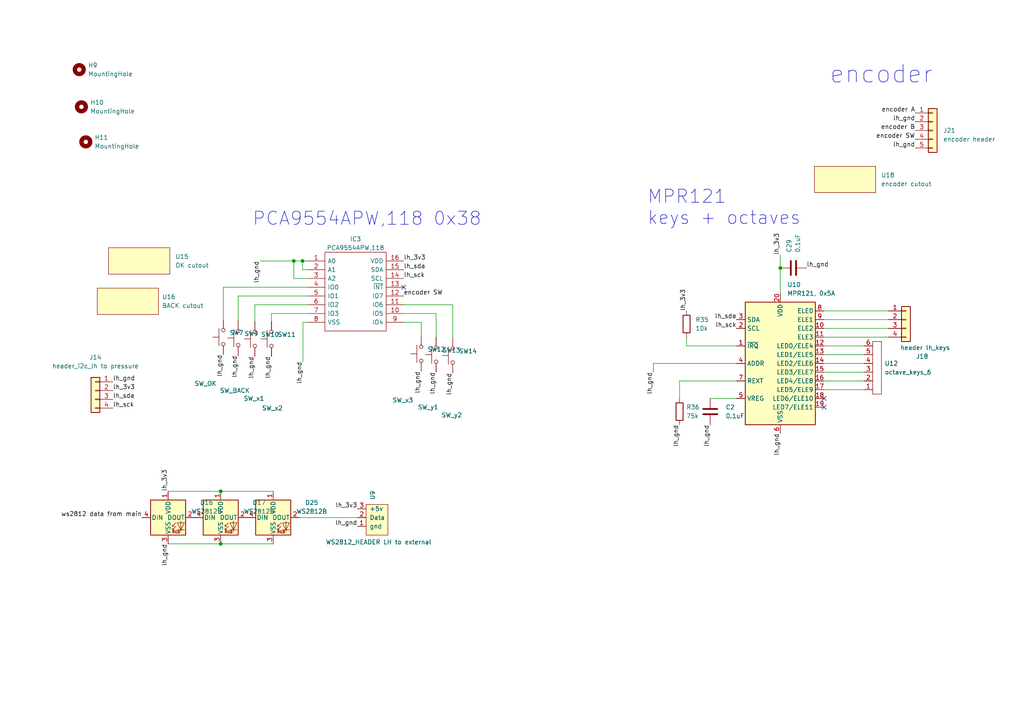
<source format=kicad_sch>
(kicad_sch (version 20211123) (generator eeschema)
  (paper "A4")
  (lib_symbols
    (symbol "Connector_Generic:Conn_01x04" (pin_names (offset 1.016) hide)
      (property "Reference" "J" (at 0 5.08 0))
      (property "Value" "Conn_01x04" (at 0 -7.62 0))
      (symbol "Conn_01x04_1_1"
        (rectangle (start -1.27 -4.953) (end 0 -5.207) (stroke (width 0.1524)))
        (rectangle (start -1.27 -2.413) (end 0 -2.667) (stroke (width 0.1524)))
        (rectangle (start -1.27 0.127) (end 0 -0.127) (stroke (width 0.1524)))
        (rectangle (start -1.27 2.667) (end 0 2.413) (stroke (width 0.1524)))
        (rectangle (start -1.27 3.81) (end 1.27 -6.35) (stroke (width 0.254)) (fill (type background)))
        (pin passive line (at -5.08 2.54 0) (length 3.81) (name "Pin_1") (number "1"))
        (pin passive line (at -5.08 0 0) (length 3.81) (name "Pin_2") (number "2"))
        (pin passive line (at -5.08 -2.54 0) (length 3.81) (name "Pin_3") (number "3"))
        (pin passive line (at -5.08 -5.08 0) (length 3.81) (name "Pin_4") (number "4"))
      )
    )
    (symbol "Connector_Generic:Conn_01x05" (pin_names (offset 1.016) hide)
      (property "Reference" "J" (at 0 7.62 0))
      (property "Value" "Conn_01x05" (at 0 -7.62 0))
      (symbol "Conn_01x05_1_1"
        (rectangle (start -1.27 -4.953) (end 0 -5.207) (stroke (width 0.1524)))
        (rectangle (start -1.27 -2.413) (end 0 -2.667) (stroke (width 0.1524)))
        (rectangle (start -1.27 0.127) (end 0 -0.127) (stroke (width 0.1524)))
        (rectangle (start -1.27 2.667) (end 0 2.413) (stroke (width 0.1524)))
        (rectangle (start -1.27 5.207) (end 0 4.953) (stroke (width 0.1524)))
        (rectangle (start -1.27 6.35) (end 1.27 -6.35) (stroke (width 0.254)) (fill (type background)))
        (pin passive line (at -5.08 5.08 0) (length 3.81) (name "Pin_1") (number "1"))
        (pin passive line (at -5.08 2.54 0) (length 3.81) (name "Pin_2") (number "2"))
        (pin passive line (at -5.08 0 0) (length 3.81) (name "Pin_3") (number "3"))
        (pin passive line (at -5.08 -2.54 0) (length 3.81) (name "Pin_4") (number "4"))
        (pin passive line (at -5.08 -5.08 0) (length 3.81) (name "Pin_5") (number "5"))
      )
    )
    (symbol "Connector_Generic:Conn_01x07" (pin_names (offset 1.016) hide)
      (property "Reference" "J" (at 0 10.16 0))
      (property "Value" "Conn_01x07" (at 0 -10.16 0))
      (symbol "Conn_01x07_1_1"
        (rectangle (start -1.27 -7.493) (end 0 -7.747) (stroke (width 0.1524)))
        (rectangle (start -1.27 -4.953) (end 0 -5.207) (stroke (width 0.1524)))
        (rectangle (start -1.27 -2.413) (end 0 -2.667) (stroke (width 0.1524)))
        (rectangle (start -1.27 0.127) (end 0 -0.127) (stroke (width 0.1524)))
        (rectangle (start -1.27 2.667) (end 0 2.413) (stroke (width 0.1524)))
        (rectangle (start -1.27 5.207) (end 0 4.953) (stroke (width 0.1524)))
        (rectangle (start -1.27 7.747) (end 0 7.493) (stroke (width 0.1524)))
        (rectangle (start -1.27 8.89) (end 1.27 -8.89) (stroke (width 0.254)) (fill (type background)))
        (pin passive line (at -5.08 7.62 0) (length 3.81) (name "Pin_1") (number "1"))
        (pin passive line (at -5.08 5.08 0) (length 3.81) (name "Pin_2") (number "2"))
        (pin passive line (at -5.08 2.54 0) (length 3.81) (name "Pin_3") (number "3"))
        (pin passive line (at -5.08 0 0) (length 3.81) (name "Pin_4") (number "4"))
        (pin passive line (at -5.08 -2.54 0) (length 3.81) (name "Pin_5") (number "5"))
        (pin passive line (at -5.08 -5.08 0) (length 3.81) (name "Pin_6") (number "6"))
        (pin passive line (at -5.08 -7.62 0) (length 3.81) (name "Pin_7") (number "7"))
      )
    )
    (symbol "Device:C" (pin_numbers hide) (pin_names (offset 0.254))
      (property "Reference" "C" (at 0.635 2.54 0))
      (property "Value" "C" (at 0.635 -2.54 0))
      (symbol "C_0_1"
        (polyline (pts (xy -2.032 -0.762) (xy 2.032 -0.762)) (stroke (width 0.508)))
        (polyline (pts (xy -2.032 0.762) (xy 2.032 0.762)) (stroke (width 0.508)))
      )
      (symbol "C_1_1"
        (pin passive line (at 0 3.81 270) (length 2.794) (name "~") (number "1"))
        (pin passive line (at 0 -3.81 90) (length 2.794) (name "~") (number "2"))
      )
    )
    (symbol "Device:R" (pin_numbers hide) (pin_names (offset 0))
      (property "Reference" "R" (at 2.032 0 90))
      (property "Value" "R" (at 0 0 90))
      (symbol "R_0_1"
        (rectangle (start -1.016 -2.54) (end 1.016 2.54) (stroke (width 0.254)))
      )
      (symbol "R_1_1"
        (pin passive line (at 0 3.81 270) (length 1.27) (name "~") (number "1"))
        (pin passive line (at 0 -3.81 90) (length 1.27) (name "~") (number "2"))
      )
    )
    (symbol "LED:WS2812B" (pin_names (offset 0.254))
      (property "Reference" "D" (at 5.08 5.715 0))
      (property "Value" "WS2812B" (at 1.27 -5.715 0))
      (symbol "WS2812B_0_0"
        (text "RGB" (at 2.286 -4.191 0) (effects (font (size 0.762 0.762))))
      )
      (symbol "WS2812B_0_1"
        (polyline (pts (xy 1.27 -3.556) (xy 1.778 -3.556)))
        (polyline (pts (xy 1.27 -2.54) (xy 1.778 -2.54)))
        (polyline (pts (xy 4.699 -3.556) (xy 2.667 -3.556)))
        (polyline (pts (xy 2.286 -2.54) (xy 1.27 -3.556) (xy 1.27 -3.048)))
        (polyline (pts (xy 2.286 -1.524) (xy 1.27 -2.54) (xy 1.27 -2.032)))
        (polyline (pts (xy 3.683 -1.016) (xy 3.683 -3.556) (xy 3.683 -4.064)))
        (polyline (pts (xy 4.699 -1.524) (xy 2.667 -1.524) (xy 3.683 -3.556) (xy 4.699 -1.524)))
        (rectangle (start 5.08 5.08) (end -5.08 -5.08) (stroke (width 0.254)) (fill (type background)))
      )
      (symbol "WS2812B_1_1"
        (pin power_in line (at 0 7.62 270) (length 2.54) (name "VDD") (number "1"))
        (pin output line (at 7.62 0 180) (length 2.54) (name "DOUT") (number "2"))
        (pin power_in line (at 0 -7.62 90) (length 2.54) (name "VSS") (number "3"))
        (pin input line (at -7.62 0 0) (length 2.54) (name "DIN") (number "4"))
      )
    )
    (symbol "Mechanical:MountingHole" (pin_names (offset 1.016))
      (property "Reference" "H" (at 0 5.08 0))
      (property "Value" "MountingHole" (at 0 3.175 0))
      (symbol "MountingHole_0_1"
        (circle (center 0 0) (radius 1.27) (stroke (width 1.27)))
      )
    )
    (symbol "SamacSys_Parts:PCA9554APW,118" (pin_names (offset 0.762))
      (property "Reference" "IC" (at 24.13 7.62 0))
      (property "Value" "PCA9554APW,118" (at 24.13 5.08 0))
      (symbol "PCA9554APW,118_0_0"
        (pin passive line (at 0 0 0) (length 5.08) (name "A0") (number "1"))
        (pin passive line (at 27.94 -15.24 180) (length 5.08) (name "IO5") (number "10"))
        (pin passive line (at 27.94 -12.7 180) (length 5.08) (name "IO6") (number "11"))
        (pin passive line (at 27.94 -10.16 180) (length 5.08) (name "IO7") (number "12"))
        (pin passive line (at 27.94 -7.62 180) (length 5.08) (name "~{INT}") (number "13"))
        (pin passive line (at 27.94 -5.08 180) (length 5.08) (name "SCL") (number "14"))
        (pin passive line (at 27.94 -2.54 180) (length 5.08) (name "SDA") (number "15"))
        (pin passive line (at 27.94 0 180) (length 5.08) (name "VDD") (number "16"))
        (pin passive line (at 0 -2.54 0) (length 5.08) (name "A1") (number "2"))
        (pin passive line (at 0 -5.08 0) (length 5.08) (name "A2") (number "3"))
        (pin passive line (at 0 -7.62 0) (length 5.08) (name "IO0") (number "4"))
        (pin passive line (at 0 -10.16 0) (length 5.08) (name "IO1") (number "5"))
        (pin passive line (at 0 -12.7 0) (length 5.08) (name "IO2") (number "6"))
        (pin passive line (at 0 -15.24 0) (length 5.08) (name "IO3") (number "7"))
        (pin passive line (at 0 -17.78 0) (length 5.08) (name "VSS") (number "8"))
        (pin passive line (at 27.94 -17.78 180) (length 5.08) (name "IO4") (number "9"))
      )
      (symbol "PCA9554APW,118_0_1"
        (polyline (pts (xy 5.08 2.54) (xy 22.86 2.54) (xy 22.86 -20.32) (xy 5.08 -20.32) (xy 5.08 2.54)) (stroke (width 0.1524)))
      )
    )
    (symbol "Sensor_Touch:MPR121QR2"
      (property "Reference" "U" (at -10.16 19.05 0))
      (property "Value" "MPR121QR2" (at 6.35 19.05 0))
      (symbol "MPR121QR2_0_1"
        (rectangle (start -10.16 17.78) (end 10.16 -17.78) (stroke (width 0.254)) (fill (type background)))
      )
      (symbol "MPR121QR2_1_1"
        (pin open_collector line (at -12.7 5.08 0) (length 2.54) (name "~{IRQ}") (number "1"))
        (pin passive line (at 12.7 10.16 180) (length 2.54) (name "ELE2") (number "10"))
        (pin passive line (at 12.7 7.62 180) (length 2.54) (name "ELE3") (number "11"))
        (pin passive line (at 12.7 5.08 180) (length 2.54) (name "LED0/ELE4") (number "12"))
        (pin passive line (at 12.7 2.54 180) (length 2.54) (name "LED1/ELE5") (number "13"))
        (pin passive line (at 12.7 0 180) (length 2.54) (name "LED2/ELE6") (number "14"))
        (pin passive line (at 12.7 -2.54 180) (length 2.54) (name "LED3/ELE7") (number "15"))
        (pin passive line (at 12.7 -5.08 180) (length 2.54) (name "LED4/ELE8") (number "16"))
        (pin passive line (at 12.7 -7.62 180) (length 2.54) (name "LED5/ELE9") (number "17"))
        (pin passive line (at 12.7 -10.16 180) (length 2.54) (name "LED6/ELE10") (number "18"))
        (pin passive line (at 12.7 -12.7 180) (length 2.54) (name "LED7/ELE11") (number "19"))
        (pin input line (at -12.7 10.16 0) (length 2.54) (name "SCL") (number "2"))
        (pin power_in line (at 0 20.32 270) (length 2.54) (name "VDD") (number "20"))
        (pin bidirectional line (at -12.7 12.7 0) (length 2.54) (name "SDA") (number "3"))
        (pin input line (at -12.7 0 0) (length 2.54) (name "ADDR") (number "4"))
        (pin passive line (at -12.7 -10.16 0) (length 2.54) (name "VREG") (number "5"))
        (pin power_in line (at 0 -20.32 90) (length 2.54) (name "VSS") (number "6"))
        (pin passive line (at -12.7 -5.08 0) (length 2.54) (name "REXT") (number "7"))
        (pin passive line (at 12.7 15.24 180) (length 2.54) (name "ELE0") (number "8"))
        (pin passive line (at 12.7 12.7 180) (length 2.54) (name "ELE1") (number "9"))
      )
    )
    (symbol "Switch:SW_Push" (pin_numbers hide) (pin_names (offset 1.016) hide)
      (property "Reference" "SW" (at 1.27 2.54 0))
      (property "Value" "SW_Push" (at 0 -1.524 0))
      (symbol "SW_Push_0_1"
        (circle (center -2.032 0) (radius 0.508))
        (polyline (pts (xy 0 1.27) (xy 0 3.048)))
        (polyline (pts (xy 2.54 1.27) (xy -2.54 1.27)))
        (circle (center 2.032 0) (radius 0.508))
        (pin passive line (at -5.08 0 0) (length 2.54) (name "1") (number "1"))
        (pin passive line (at 5.08 0 180) (length 2.54) (name "2") (number "2"))
      )
    )
    (symbol "clarinoid2:Placeholder" (in_bom no)
      (property "Reference" "U" (at 0 0 0))
      (property "Value" "Placeholder" (at 0 -1.27 0))
      (symbol "Placeholder_0_1"
        (rectangle (start -8.89 2.54) (end 8.89 -5.08) (fill (type background)))
      )
    )
    (symbol "clarinoid2:WS2812" (pin_names (offset 1.016))
      (property "Reference" "U" (at 5.08 -1.27 0))
      (property "Value" "WS2812" (at 0 -1.27 0))
      (symbol "WS2812_0_1"
        (rectangle (start -3.81 6.35) (end 5.08 0) (fill (type background)))
      )
      (symbol "WS2812_1_1"
        (pin passive line (at -1.27 8.89 270) (length 2.54) (name "gnd") (number "1"))
        (pin passive line (at 1.27 8.89 270) (length 2.54) (name "Data") (number "2"))
        (pin power_in line (at 3.81 8.89 270) (length 2.54) (name "+5v") (number "3"))
      )
    )
    (symbol "clarinoid2:octave_keys_6" (pin_names (offset 1.016))
      (property "Reference" "U" (at 5.08 5.08 0))
      (property "Value" "octave_keys_6" (at -2.54 2.54 0))
      (symbol "octave_keys_6_0_1"
        (rectangle (start -10.16 3.81) (end 5.08 1.27))
      )
      (symbol "octave_keys_6_1_1"
        (pin input line (at -8.89 6.35 270) (length 2.54) (name "~") (number "1"))
        (pin input line (at -6.35 6.35 270) (length 2.54) (name "~") (number "2"))
        (pin input line (at -3.81 6.35 270) (length 2.54) (name "~") (number "3"))
        (pin input line (at -1.27 6.35 270) (length 2.54) (name "~") (number "4"))
        (pin input line (at 1.27 6.35 270) (length 2.54) (name "~") (number "5"))
        (pin input line (at 3.81 6.35 270) (length 2.54) (name "~") (number "6"))
      )
    )
    (symbol "power:PWR_FLAG" (power) (pin_numbers hide) (pin_names (offset 0) hide)
      (property "Value" "PWR_FLAG" (at 0 3.81 0))
      (symbol "PWR_FLAG_0_0"
        (pin power_out line (at 0 0 90) (length 0) (name "pwr") (number "1"))
      )
      (symbol "PWR_FLAG_0_1"
        (polyline (pts (xy 0 0) (xy 0 1.27) (xy -1.016 1.905) (xy 0 2.54) (xy 1.016 1.905) (xy 0 1.27)))
      )
    )
  )
  (junction (at 64.008 142.494))
  (junction (at 85.217 75.692))
  (junction (at 87.757 75.692))
  (junction (at 64.008 157.734))
  (junction (at 344.678 132.842))
  (junction (at 226.314 77.724))
  (junction (at 345.186 135.382))
  (no_connect (at 239.014 118.11))
  (no_connect (at 117.094 83.312))
  (no_connect (at 239.014 115.57))
  (wire (pts (xy 250.571 113.03) (xy 239.014 113.03)))
  (wire (pts (xy 86.868 150.114) (xy 103.632 150.114)))
  (wire (pts (xy 48.768 157.734) (xy 64.008 157.734)))
  (wire (pts (xy 78.74 93.218) (xy 78.74 90.932)))
  (wire (pts (xy 346.964 135.382) (xy 345.186 135.382)))
  (wire (pts (xy 69.088 92.964) (xy 69.088 85.852)))
  (wire (pts (xy 85.217 75.692) (xy 87.757 75.692)))
  (wire (pts (xy 213.614 105.41) (xy 189.484 105.41)))
  (wire (pts (xy 213.614 110.49) (xy 197.104 110.49)))
  (wire (pts (xy 69.088 85.852) (xy 89.154 85.852)))
  (wire (pts (xy 257.683 90.17) (xy 239.014 90.17)))
  (wire (pts (xy 75.438 75.692) (xy 85.217 75.692)))
  (wire (pts (xy 250.571 110.49) (xy 239.014 110.49)))
  (wire (pts (xy 345.186 135.382) (xy 336.804 135.382)))
  (wire (pts (xy 117.094 93.472) (xy 122.174 93.472)))
  (wire (pts (xy 205.994 115.57) (xy 213.614 115.57)))
  (wire (pts (xy 257.683 97.79) (xy 239.014 97.79)))
  (wire (pts (xy 346.964 132.842) (xy 344.678 132.842)))
  (wire (pts (xy 117.094 90.932) (xy 126.492 90.932)))
  (wire (pts (xy 257.683 95.25) (xy 239.014 95.25)))
  (wire (pts (xy 250.571 107.95) (xy 239.014 107.95)))
  (wire (pts (xy 48.768 142.494) (xy 64.008 142.494)))
  (wire (pts (xy 89.154 83.312) (xy 64.77 83.312)))
  (wire (pts (xy 189.484 105.41) (xy 189.484 107.95)))
  (wire (pts (xy 89.154 80.772) (xy 85.217 80.772)))
  (wire (pts (xy 226.314 77.724) (xy 226.314 85.09)))
  (wire (pts (xy 250.571 105.41) (xy 239.014 105.41)))
  (wire (pts (xy 87.757 75.692) (xy 89.154 75.692)))
  (wire (pts (xy 126.492 90.932) (xy 126.492 97.79)))
  (wire (pts (xy 344.678 132.842) (xy 336.804 132.842)))
  (wire (pts (xy 64.008 142.494) (xy 79.248 142.494)))
  (wire (pts (xy 64.008 157.734) (xy 79.248 157.734)))
  (wire (pts (xy 131.318 88.392) (xy 131.318 98.044)))
  (wire (pts (xy 257.683 92.71) (xy 239.014 92.71)))
  (wire (pts (xy 250.571 100.33) (xy 239.014 100.33)))
  (wire (pts (xy 64.77 83.312) (xy 64.77 92.71)))
  (wire (pts (xy 85.217 80.772) (xy 85.217 75.692)))
  (wire (pts (xy 89.154 78.232) (xy 87.757 78.232)))
  (wire (pts (xy 226.314 73.914) (xy 226.314 77.724)))
  (wire (pts (xy 78.74 90.932) (xy 89.154 90.932)))
  (wire (pts (xy 89.154 93.472) (xy 87.884 93.472)))
  (wire (pts (xy 197.104 110.49) (xy 197.104 115.57)))
  (wire (pts (xy 213.614 100.33) (xy 199.136 100.33)))
  (wire (pts (xy 199.136 100.33) (xy 199.136 97.79)))
  (wire (pts (xy 122.174 93.472) (xy 122.174 97.536)))
  (wire (pts (xy 117.094 88.392) (xy 131.318 88.392)))
  (wire (pts (xy 89.154 88.392) (xy 73.914 88.392)))
  (wire (pts (xy 87.884 93.472) (xy 87.884 104.902)))
  (wire (pts (xy 73.914 88.392) (xy 73.914 93.218)))
  (wire (pts (xy 250.571 102.87) (xy 239.014 102.87)))
  (wire (pts (xy 87.757 78.232) (xy 87.757 75.692)))
  (text "PCA9554APW,118 0x38" (at 73.152 65.786 0) (effects (font (size 3.81 3.81)) (justify left bottom)))
  (text "encoder" (at 240.538 24.638 0) (effects (font (size 5.08 5.08)) (justify left bottom)))
  (text "MPR121\nkeys + octaves" (at 187.706 65.532 0) (effects (font (size 3.81 3.81)) (justify left bottom)))
  (label "ws2812 data from main" (at 336.804 143.002 0))
  (label "lh_sck" (at 213.614 95.25 180))
  (label "lh_gnd" (at 126.492 107.95 270))
  (label "lh_gnd" (at 233.934 77.724 0))
  (label "lh_3v3" (at 32.766 113.284 0))
  (label "encoder B" (at 336.804 148.082 0))
  (label "lh_sda" (at 32.766 115.824 0))
  (label "lh_gnd" (at 69.088 103.124 270))
  (label "lh_gnd" (at 78.74 103.378 270))
  (label "lh_gnd" (at 131.318 108.204 270))
  (label "lh_gnd" (at 48.768 157.734 270))
  (label "lh_gnd" (at 197.104 123.19 270))
  (label "lh_3v3" (at 199.136 90.17 90))
  (label "lh_sck" (at 117.094 80.772 0))
  (label "lh_gnd" (at 75.438 75.692 270))
  (label "lh_sda" (at 336.804 137.922 0))
  (label "encoder A" (at 265.43 32.766 180))
  (label "lh_3v3" (at 103.632 147.574 180))
  (label "lh_3v3" (at 346.964 135.382 0))
  (label "lh_gnd" (at 64.77 102.87 270))
  (label "encoder A" (at 336.804 145.542 0))
  (label "lh_gnd" (at 189.484 107.95 270))
  (label "lh_gnd" (at 265.43 35.306 180))
  (label "encoder SW" (at 265.43 40.386 180))
  (label "lh_gnd" (at 73.914 103.378 270))
  (label "lh_gnd" (at 205.994 123.19 270))
  (label "lh_3v3" (at 117.094 75.692 0))
  (label "lh_sck" (at 32.766 118.364 0))
  (label "lh_sck" (at 336.804 140.462 0))
  (label "lh_gnd" (at 265.43 42.926 180))
  (label "lh_gnd" (at 32.766 110.744 0))
  (label "encoder B" (at 265.43 37.846 180))
  (label "lh_gnd" (at 122.174 107.696 270))
  (label "lh_sda" (at 117.094 78.232 0))
  (label "lh_sda" (at 213.614 92.71 180))
  (label "lh_gnd" (at 87.884 104.902 270))
  (label "lh_gnd" (at 103.632 152.654 180))
  (label "lh_3v3" (at 48.768 142.494 90))
  (label "lh_gnd" (at 226.314 125.73 270))
  (label "lh_gnd" (at 346.964 132.842 0))
  (label "ws2812 data from main" (at 41.148 150.114 180))
  (label "encoder SW" (at 117.094 85.852 0))
  (label "lh_3v3" (at 226.314 73.914 90))
  (symbol (lib_id "Connector_Generic:Conn_01x04") (at 27.686 113.284 0) (mirror y) (unit 1)
    (property "Reference" "J14" (at 27.686 103.632 0))
    (property "Value" "header_i2c_lh to pressure" (at 27.686 106.172 0))
    (property "Footprint" "Connector_PinHeader_2.54mm:PinHeader_1x04_P2.54mm_Vertical" (effects hide))
    (property "LCSC part number" "C2718488" (effects hide))
    (property "verif" "1" (effects hide))
  )
  (symbol (lib_id "power:PWR_FLAG") (at 344.678 132.842 0) (unit 1)
    (property "Reference" "#FLG04" (effects hide))
    (property "Value" "PWR_FLAG" (at 344.678 127.254 0))
  )
  (symbol (lib_id "Connector_Generic:Conn_01x05") (at 270.51 37.846 0) (unit 1)
    (property "Reference" "J21" (at 273.558 37.8459 0) (effects (justify left)))
    (property "Value" "encoder header" (at 273.558 40.3859 0) (effects (justify left)))
    (property "Footprint" "Connector_PinHeader_2.54mm:PinHeader_1x05_P2.54mm_Vertical" (effects hide))
  )
  (symbol (lib_id "clarinoid2:Placeholder") (at 245.11 50.8 0) (unit 1) (in_bom no)
    (property "Reference" "U18" (at 255.524 50.7999 0) (effects (justify left)))
    (property "Value" "encoder cutout" (at 255.524 53.3399 0) (effects (justify left)))
    (property "Footprint" "clarinoid2:Bourns_ENC_PEC11R-4215F-S0024 panel cutout shaft downward" (effects hide))
  )
  (symbol (lib_id "SamacSys_Parts:PCA9554APW,118") (at 89.154 75.692 0) (unit 1)
    (property "Reference" "IC3" (at 103.124 69.342 0))
    (property "Value" "PCA9554APW,118" (at 103.124 71.882 0))
    (property "Footprint" "SamacSys_Parts:SOP65P640X110-16N" (effects hide))
    (property "Datasheet" "http://www.nxp.com/docs/en/data-sheet/PCA9554_9554A.pdf" (effects hide))
    (property "Description" "8-bit I2C-bus and SMBus I/O port with interrupt" (effects hide))
    (property "Height" "1.1" (effects hide))
    (property "Mouser Part Number" "771-PCA9554APW-T" (effects hide))
    (property "Mouser Price/Stock" "https://www.mouser.co.uk/ProductDetail/NXP-Semiconductors/PCA9554APW118?qs=LOCUfHb8d9t6Q6oURZSRTg%3D%3D" (effects hide))
    (property "Manufacturer_Name" "NXP" (effects hide))
    (property "Manufacturer_Part_Number" "PCA9554APW,118" (effects hide))
    (property "LCSC part number" "C86803" (effects hide))
    (property "verif" "1" (effects hide))
  )
  (symbol (lib_id "Device:C") (at 205.994 119.38 0) (unit 1)
    (property "Reference" "C2" (at 210.439 118.1099 0) (effects (justify left)))
    (property "Value" "0.1uF" (at 210.439 120.6499 0) (effects (justify left)))
    (property "Footprint" "Capacitor_SMD:C_0402_1005Metric" (effects hide))
    (property "LCSC part number" "C1525" (effects hide))
    (property "verif" "1" (effects hide))
  )
  (symbol (lib_id "Connector_Generic:Conn_01x04") (at 262.763 92.71 0) (unit 1)
    (property "Reference" "J18" (at 267.462 103.378 0))
    (property "Value" "header lh_keys" (at 268.351 100.838 0))
    (property "Footprint" "Connector_PinHeader_2.54mm:PinHeader_1x04_P2.54mm_Vertical" (effects hide))
    (property "LCSC part number" "C2718488" (effects hide))
    (property "verif" "1" (effects hide))
  )
  (symbol (lib_id "Device:C") (at 230.124 77.724 90) (unit 1)
    (property "Reference" "C29" (at 228.8539 73.279 0) (effects (justify left)))
    (property "Value" "0.1uF" (at 231.3939 73.279 0) (effects (justify left)))
    (property "Footprint" "Capacitor_SMD:C_0402_1005Metric" (effects hide))
    (property "LCSC part number" "C1525" (effects hide))
    (property "verif" "1" (effects hide))
  )
  (symbol (lib_id "clarinoid2:WS2812") (at 112.522 151.384 90) (unit 1)
    (property "Reference" "U9" (at 108.0769 145.034 0) (effects (justify left)))
    (property "Value" "WS2812_HEADER LH to external" (at 125.222 157.226 90) (effects (justify left)))
    (property "Footprint" "Connector_PinHeader_2.54mm:PinHeader_1x03_P2.54mm_Vertical" (effects hide))
    (property "LCSC part number" "C146243" (effects hide))
    (property "verif" "1" (effects hide))
  )
  (symbol (lib_id "Mechanical:MountingHole") (at 23.622 30.988 0) (unit 1) (in_bom no)
    (property "Reference" "H10" (at 26.162 29.7179 0) (effects (justify left)))
    (property "Value" "MountingHole" (at 26.162 32.2579 0) (effects (justify left)))
    (property "Footprint" "MountingHole:MountingHole_2.7mm_M2.5" (effects hide))
    (property "MANUFACTURER" "Wurth" (effects hide))
    (property "LCSC part number" "-" (effects hide))
    (property "verif" "1" (effects hide))
  )
  (symbol (lib_id "Switch:SW_Push") (at 69.088 98.044 90) (unit 1)
    (property "Reference" "SW9" (at 70.866 96.7739 90) (effects (justify right)))
    (property "Value" "SW_BACK" (at 63.754 113.284 90) (effects (justify right)))
    (property "Footprint" "clarinoid2:solder point DIP 1x2" (effects hide))
  )
  (symbol (lib_id "LED:WS2812B") (at 64.008 150.114 0) (unit 1)
    (property "Reference" "D17" (at 75.184 145.7833 0))
    (property "Value" "WS2812B" (at 75.184 148.3233 0))
    (property "Footprint" "LED_SMD:LED_WS2812B_PLCC4_5.0x5.0mm_P3.2mm" (effects hide))
    (property "Datasheet" "https://cdn-shop.adafruit.com/datasheets/WS2812B.pdf" (effects hide))
  )
  (symbol (lib_id "Switch:SW_Push") (at 126.492 102.87 90) (unit 1)
    (property "Reference" "SW13" (at 128.27 101.5999 90) (effects (justify right)))
    (property "Value" "SW_y1" (at 121.158 118.11 90) (effects (justify right)))
  )
  (symbol (lib_id "Device:R") (at 197.104 119.38 0) (unit 1)
    (property "Reference" "R36" (at 199.009 118.1099 0) (effects (justify left)))
    (property "Value" "75k" (at 199.009 120.6499 0) (effects (justify left)))
    (property "Footprint" "Resistor_SMD:R_0402_1005Metric" (effects hide))
    (property "LCSC part number" "C25798" (effects hide))
    (property "verif" "1" (effects hide))
  )
  (symbol (lib_id "Connector_Generic:Conn_01x07") (at 331.724 140.462 0) (mirror y) (unit 1)
    (property "Reference" "J10" (at 331.724 125.73 0))
    (property "Value" "LH header multi to main" (at 331.724 128.27 0))
    (property "Footprint" "Connector_PinHeader_2.54mm:PinHeader_1x07_P2.54mm_Vertical" (effects hide))
  )
  (symbol (lib_id "Sensor_Touch:MPR121QR2") (at 226.314 105.41 0) (unit 1)
    (property "Reference" "U10" (at 228.3334 82.55 0) (effects (justify left)))
    (property "Value" "MPR121, 0x5A" (at 228.3334 85.09 0) (effects (justify left)))
    (property "Footprint" "Package_DFN_QFN:UQFN-20_3x3mm_P0.4mm" (effects hide))
    (property "Datasheet" "https://resurgentsemi.com/wp-content/uploads/2018/09/MPR121_rev5-Resurgent.pdf?d453f8&d453f8" (effects hide))
    (property "LCSC part number" "C91322" (effects hide))
    (property "verif" "1" (effects hide))
  )
  (symbol (lib_id "Switch:SW_Push") (at 131.318 103.124 90) (unit 1)
    (property "Reference" "SW14" (at 133.096 101.8539 90) (effects (justify right)))
    (property "Value" "SW_y2" (at 128.016 120.396 90) (effects (justify right)))
  )
  (symbol (lib_id "Mechanical:MountingHole") (at 22.987 20.193 0) (unit 1) (in_bom no)
    (property "Reference" "H9" (at 25.527 18.9229 0) (effects (justify left)))
    (property "Value" "MountingHole" (at 25.527 21.4629 0) (effects (justify left)))
    (property "Footprint" "MountingHole:MountingHole_2.7mm_M2.5" (effects hide))
    (property "MANUFACTURER" "Wurth" (effects hide))
    (property "LCSC part number" "-" (effects hide))
    (property "verif" "1" (effects hide))
  )
  (symbol (lib_id "clarinoid2:Placeholder") (at 40.386 74.422 0) (unit 1) (in_bom no)
    (property "Reference" "U15" (at 50.8 74.4219 0) (effects (justify left)))
    (property "Value" "OK cutout" (at 50.8 76.9619 0) (effects (justify left)))
    (property "Footprint" "clarinoid2:MB2511S4W01-BC" (effects hide))
  )
  (symbol (lib_id "Switch:SW_Push") (at 64.77 97.79 90) (unit 1)
    (property "Reference" "SW7" (at 66.548 96.5199 90) (effects (justify right)))
    (property "Value" "SW_OK" (at 56.388 111.252 90) (effects (justify right)))
    (property "Footprint" "clarinoid2:solder point DIP 1x2" (effects hide))
  )
  (symbol (lib_id "clarinoid2:octave_keys_6") (at 256.921 104.14 90) (unit 1)
    (property "Reference" "U12" (at 256.54 105.4099 90) (effects (justify right)))
    (property "Value" "octave_keys_6" (at 256.54 107.9499 90) (effects (justify right)))
    (property "Footprint" "clarinoid2:CLARINOID_M6_6OCTAVES_p13.3_offset1.0mm" (effects hide))
  )
  (symbol (lib_id "power:PWR_FLAG") (at 345.186 135.382 180) (unit 1)
    (property "Reference" "#FLG05" (effects hide))
    (property "Value" "PWR_FLAG" (at 345.186 140.716 0))
  )
  (symbol (lib_id "Switch:SW_Push") (at 73.914 98.298 90) (unit 1)
    (property "Reference" "SW10" (at 75.692 97.0279 90) (effects (justify right)))
    (property "Value" "SW_x1" (at 70.612 115.57 90) (effects (justify right)))
    (property "Footprint" "clarinoid2:MB2511S2G45" (effects hide))
  )
  (symbol (lib_id "LED:WS2812B") (at 79.248 150.114 0) (unit 1)
    (property "Reference" "D25" (at 90.424 145.7833 0))
    (property "Value" "WS2812B" (at 90.424 148.3233 0))
    (property "Footprint" "LED_SMD:LED_WS2812B_PLCC4_5.0x5.0mm_P3.2mm" (effects hide))
    (property "Datasheet" "https://cdn-shop.adafruit.com/datasheets/WS2812B.pdf" (effects hide))
  )
  (symbol (lib_id "LED:WS2812B") (at 48.768 150.114 0) (unit 1)
    (property "Reference" "D16" (at 59.944 145.7833 0))
    (property "Value" "WS2812B" (at 59.944 148.3233 0))
    (property "Footprint" "LED_SMD:LED_WS2812B_PLCC4_5.0x5.0mm_P3.2mm" (effects hide))
    (property "Datasheet" "https://cdn-shop.adafruit.com/datasheets/WS2812B.pdf" (effects hide))
  )
  (symbol (lib_id "Switch:SW_Push") (at 78.74 98.298 90) (unit 1)
    (property "Reference" "SW11" (at 80.518 97.0279 90) (effects (justify right)))
    (property "Value" "SW_x2" (at 75.946 118.364 90) (effects (justify right)))
    (property "Footprint" "clarinoid2:MB2511S2G45" (effects hide))
  )
  (symbol (lib_id "Device:R") (at 199.136 93.98 180) (unit 1)
    (property "Reference" "R35" (at 201.676 92.7099 0) (effects (justify right)))
    (property "Value" "10k" (at 201.676 95.2499 0) (effects (justify right)))
    (property "Footprint" "Resistor_SMD:R_0402_1005Metric" (effects hide))
    (property "LCSC part number" "C25744" (effects hide))
    (property "verif" "1" (effects hide))
  )
  (symbol (lib_id "Switch:SW_Push") (at 122.174 102.616 90) (unit 1)
    (property "Reference" "SW12" (at 123.952 101.3459 90) (effects (justify right)))
    (property "Value" "SW_x3" (at 113.792 116.078 90) (effects (justify right)))
    (property "Footprint" "clarinoid2:MB2511S2G45" (effects hide))
  )
  (symbol (lib_id "Mechanical:MountingHole") (at 24.892 41.148 0) (unit 1) (in_bom no)
    (property "Reference" "H11" (at 27.432 39.8779 0) (effects (justify left)))
    (property "Value" "MountingHole" (at 27.432 42.4179 0) (effects (justify left)))
    (property "Footprint" "MountingHole:MountingHole_2.7mm_M2.5" (effects hide))
    (property "MANUFACTURER" "Wurth" (effects hide))
    (property "LCSC part number" "-" (effects hide))
    (property "verif" "1" (effects hide))
  )
  (symbol (lib_id "clarinoid2:Placeholder") (at 37.084 86.106 0) (unit 1) (in_bom no)
    (property "Reference" "U16" (at 46.99 86.1059 0) (effects (justify left)))
    (property "Value" "BACK cutout" (at 46.99 88.6459 0) (effects (justify left)))
    (property "Footprint" "clarinoid2:MB2511S4W01-BC" (effects hide))
  )
)
</source>
